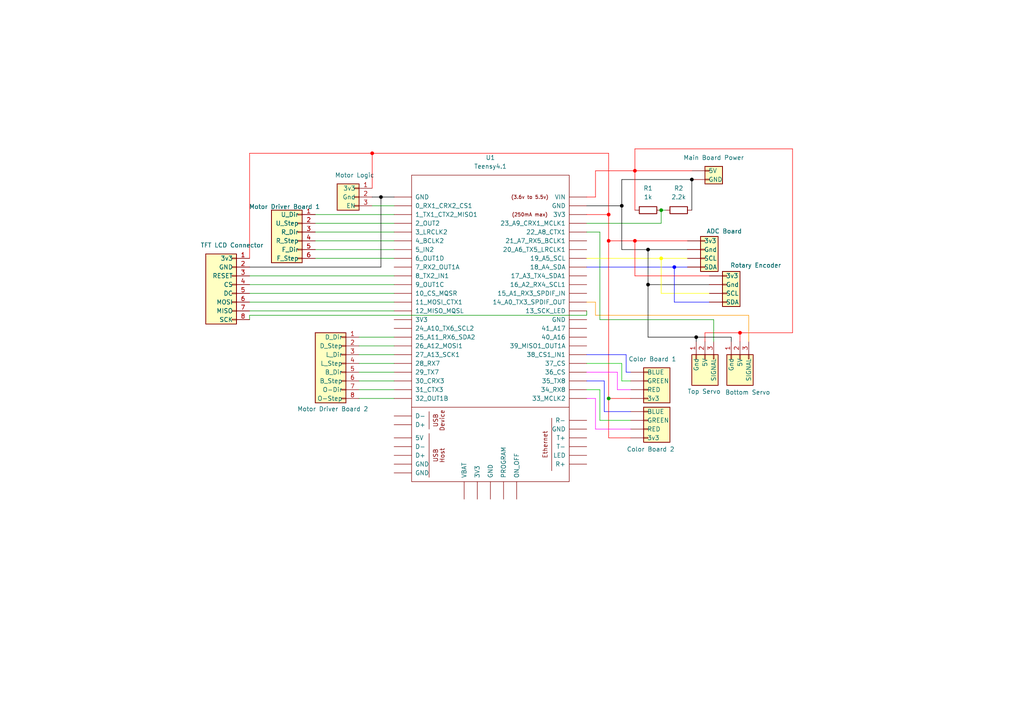
<source format=kicad_sch>
(kicad_sch (version 20231120) (generator "eeschema") (generator_version "8.0")
  (paper "A4")
  (title_block (title "Rubik's Cube ADV Board") (date "5/23/24") (rev "A") (company "Designed by Charlie Lambert") (comment 1 "Motherboard for Rubik's Cube Solving Machine"))
  (lib_symbols
    (symbol "Conn_01x02_1" (pin_numbers hide) (pin_names (offset 1.016))
      (property "Value" "Main Board Power" (at 1.27 -6.35 0))
      (symbol "Conn_01x02_1_1_1"
        (rectangle (start -1.27 -2.413) (end 0 -2.667) (stroke (width 0.1524)))
        (rectangle (start -1.27 0.127) (end 0 -0.127) (stroke (width 0.1524)))
        (rectangle (start -1.27 1.27) (end 3.81 -3.81) (stroke (width 0.254)) (fill (type background)))
        (pin passive line (at -5.08 0 0) (length 3.81) (name "GND") (number "1"))
        (pin passive line (at -5.08 -2.54 0) (length 3.81) (name "5V") (number "2"))
      )
    )
    (symbol "Conn_01x03_1" (pin_names (offset 1.016))
      (property "Value" "Top Servo" (at 0 6.35 0))
      (symbol "Conn_01x03_1_1_1"
        (rectangle (start -1.27 -2.413) (end 0 -2.667) (stroke (width 0.1524)))
        (rectangle (start -1.27 0.127) (end 0 -0.127) (stroke (width 0.1524)))
        (rectangle (start -1.27 2.667) (end 0 2.413) (stroke (width 0.1524)))
        (rectangle (start -1.27 3.81) (end 7.62 -3.81) (stroke (width 0.254)) (fill (type background)))
        (pin passive line (at -5.08 2.54 0) (length 3.81) (name "Gnd") (number "1"))
        (pin passive line (at -5.08 0 0) (length 3.81) (name "5V") (number "2"))
        (pin passive line (at -5.08 -2.54 0) (length 3.81) (name "SIGNAL") (number "3"))
      )
    )
    (symbol "Conn_01x04_1" (pin_numbers hide) (pin_names (offset 1.016))
      (property "Value" "Main Board Output" (at 0 -8.89 0))
      (symbol "Conn_01x04_1_1_1"
        (rectangle (start -1.27 -4.953) (end 0 -5.207) (stroke (width 0.1524)))
        (rectangle (start -1.27 -2.413) (end 0 -2.667) (stroke (width 0.1524)))
        (rectangle (start -1.27 0.127) (end 0 -0.127) (stroke (width 0.1524)))
        (rectangle (start -1.27 2.667) (end 0 2.413) (stroke (width 0.1524)))
        (rectangle (start -1.27 3.81) (end 3.81 -6.35) (stroke (width 0.254)) (fill (type background)))
        (pin passive line (at -5.08 2.54 0) (length 3.81) (name "3v3") (number "1"))
        (pin passive line (at -5.08 0 0) (length 3.81) (name "Gnd") (number "2"))
        (pin passive line (at -5.08 -2.54 0) (length 3.81) (name "SCL") (number "3"))
        (pin passive line (at -5.08 -5.08 0) (length 3.81) (name "SDA") (number "4"))
      )
    )
    (symbol "Conn_01x04_2" (pin_numbers hide) (pin_names (offset 1.016))
      (property "Reference" "J7" (at 1.27 -11.43 0))
      (property "Value" "Color Pins" (at 1.27 -8.89 0))
      (symbol "Conn_01x04_2_1_1"
        (rectangle (start -1.27 -4.953) (end 0 -5.207) (stroke (width 0.1524)))
        (rectangle (start -1.27 -2.413) (end 0 -2.667) (stroke (width 0.1524)))
        (rectangle (start -1.27 0.127) (end 0 -0.127) (stroke (width 0.1524)))
        (rectangle (start -1.27 2.667) (end 0 2.413) (stroke (width 0.1524)))
        (rectangle (start -1.27 3.81) (end 6.35 -6.35) (stroke (width 0.254)) (fill (type background)))
        (pin passive line (at -5.08 2.54 0) (length 3.81) (name "3v3") (number "1"))
        (pin passive line (at -5.08 0 0) (length 3.81) (name "RED") (number "2"))
        (pin passive line (at -5.08 -2.54 0) (length 3.81) (name "GREEN") (number "3"))
        (pin passive line (at -5.08 -5.08 0) (length 3.81) (name "BLUE") (number "4"))
      )
    )
    (symbol "Conn_01x08_2" (pin_names (offset 1.016))
      (property "Value" "TFT LCD Connector" (at 0 11.43 0))
      (symbol "Conn_01x08_2_1_1"
        (rectangle (start -1.27 -10.033) (end 0 -10.287) (stroke (width 0.1524)))
        (rectangle (start -1.27 -7.493) (end 0 -7.747) (stroke (width 0.1524)))
        (rectangle (start -1.27 -4.953) (end 0 -5.207) (stroke (width 0.1524)))
        (rectangle (start -1.27 -2.413) (end 0 -2.667) (stroke (width 0.1524)))
        (rectangle (start -1.27 0.127) (end 0 -0.127) (stroke (width 0.1524)))
        (rectangle (start -1.27 2.667) (end 0 2.413) (stroke (width 0.1524)))
        (rectangle (start -1.27 5.207) (end 0 4.953) (stroke (width 0.1524)))
        (rectangle (start -1.27 7.747) (end 0 7.493) (stroke (width 0.1524)))
        (rectangle (start -1.27 8.89) (end 7.62 -11.43) (stroke (width 0.254)) (fill (type background)))
        (pin passive line (at -5.08 7.62 0) (length 3.81) (name "3v3") (number "1"))
        (pin passive line (at -5.08 5.08 0) (length 3.81) (name "GND") (number "2"))
        (pin passive line (at -5.08 2.54 0) (length 3.81) (name "RESET") (number "3"))
        (pin passive line (at -5.08 0 0) (length 3.81) (name "CS") (number "4"))
        (pin passive line (at -5.08 -2.54 0) (length 3.81) (name "DC") (number "5"))
        (pin passive line (at -5.08 -5.08 0) (length 3.81) (name "MOSI") (number "6"))
        (pin passive line (at -5.08 -7.62 0) (length 3.81) (name "MISO") (number "7"))
        (pin passive line (at -5.08 -10.16 0) (length 3.81) (name "SCK") (number "8"))
      )
    )
    (symbol "Connector_Generic:Conn_01x03" (pin_names (offset 1.016))
      (property "Value" "Motor Logic" (at 0 6.35 0))
      (symbol "Conn_01x03_1_1"
        (rectangle (start -1.27 -2.413) (end 0 -2.667) (stroke (width 0.1524)))
        (rectangle (start -1.27 0.127) (end 0 -0.127) (stroke (width 0.1524)))
        (rectangle (start -1.27 2.667) (end 0 2.413) (stroke (width 0.1524)))
        (rectangle (start -1.27 3.81) (end 5.08 -3.81) (stroke (width 0.254)) (fill (type background)))
        (pin passive line (at -5.08 2.54 0) (length 3.81) (name "3v3") (number "1"))
        (pin passive line (at -5.08 0 0) (length 3.81) (name "Gnd") (number "2"))
        (pin passive line (at -5.08 -2.54 0) (length 3.81) (name "EN") (number "3"))
      )
    )
    (symbol "Connector_Generic:Conn_01x06" (pin_names (offset 1.016))
      (property "Value" "Motor Driver Board 1" (at 0 8.89 0))
      (symbol "Conn_01x06_1_1"
        (rectangle (start -1.27 -7.493) (end 0 -7.747) (stroke (width 0.1524)))
        (rectangle (start -1.27 -4.953) (end 0 -5.207) (stroke (width 0.1524)))
        (rectangle (start -1.27 -2.413) (end 0 -2.667) (stroke (width 0.1524)))
        (rectangle (start -1.27 0.127) (end 0 -0.127) (stroke (width 0.1524)))
        (rectangle (start -1.27 2.667) (end 0 2.413) (stroke (width 0.1524)))
        (rectangle (start -1.27 5.207) (end 0 4.953) (stroke (width 0.1524)))
        (rectangle (start -1.27 6.35) (end 7.62 -8.89) (stroke (width 0.254)) (fill (type background)))
        (pin passive line (at -5.08 5.08 0) (length 3.81) (name "U_Dir") (number "1"))
        (pin passive line (at -5.08 2.54 0) (length 3.81) (name "U_Step") (number "2"))
        (pin passive line (at -5.08 0 0) (length 3.81) (name "R_Dir") (number "3"))
        (pin passive line (at -5.08 -2.54 0) (length 3.81) (name "R_Step") (number "4"))
        (pin passive line (at -5.08 -5.08 0) (length 3.81) (name "F_Dir") (number "5"))
        (pin passive line (at -5.08 -7.62 0) (length 3.81) (name "F_Step") (number "6"))
      )
    )
    (symbol "Connector_Generic:Conn_01x08" (pin_names (offset 1.016))
      (property "Value" "Driver Input 2" (at 0 11.43 0))
      (symbol "Conn_01x08_1_1"
        (rectangle (start -1.27 -10.033) (end 0 -10.287) (stroke (width 0.1524)))
        (rectangle (start -1.27 -7.493) (end 0 -7.747) (stroke (width 0.1524)))
        (rectangle (start -1.27 -4.953) (end 0 -5.207) (stroke (width 0.1524)))
        (rectangle (start -1.27 -2.413) (end 0 -2.667) (stroke (width 0.1524)))
        (rectangle (start -1.27 0.127) (end 0 -0.127) (stroke (width 0.1524)))
        (rectangle (start -1.27 2.667) (end 0 2.413) (stroke (width 0.1524)))
        (rectangle (start -1.27 5.207) (end 0 4.953) (stroke (width 0.1524)))
        (rectangle (start -1.27 7.747) (end 0 7.493) (stroke (width 0.1524)))
        (rectangle (start -1.27 8.89) (end 7.62 -11.43) (stroke (width 0.254)) (fill (type background)))
        (pin passive line (at -5.08 7.62 0) (length 3.81) (name "D_Dir") (number "1"))
        (pin passive line (at -5.08 5.08 0) (length 3.81) (name "D_Step") (number "2"))
        (pin passive line (at -5.08 2.54 0) (length 3.81) (name "L_Dir") (number "3"))
        (pin passive line (at -5.08 0 0) (length 3.81) (name "L_Step") (number "4"))
        (pin passive line (at -5.08 -2.54 0) (length 3.81) (name "B_Dir") (number "5"))
        (pin passive line (at -5.08 -5.08 0) (length 3.81) (name "B_Step") (number "6"))
        (pin passive line (at -5.08 -7.62 0) (length 3.81) (name "O-Dir") (number "7"))
        (pin passive line (at -5.08 -10.16 0) (length 3.81) (name "O-Step") (number "8"))
      )
    )
    (symbol "Device:R" (pin_numbers hide) (pin_names (offset 0))
      (property "Reference" "R" (at 2.032 0 90))
      (property "Value" "R" (at 0 0 90))
      (symbol "R_0_1"
        (rectangle (start -1.016 -2.54) (end 1.016 2.54) (stroke (width 0.254)))
      )
      (symbol "R_1_1"
        (pin passive line (at 0 3.81 270) (length 1.27) (name "~") (number "1"))
        (pin passive line (at 0 -3.81 90) (length 1.27) (name "~") (number "2"))
      )
    )
    (symbol "teensy:Teensy4.1" (pin_numbers hide) (pin_names (offset 1.016))
      (property "Reference" "U1" (at 0 66.04 0))
      (property "Value" "Teensy4.1" (at 0 63.5 0))
      (symbol "Teensy4.1_0_0"
        (polyline (pts (xy -22.86 -6.35) (xy 22.86 -6.35)))
        (polyline (pts (xy -17.78 -26.67) (xy -17.78 -13.97)))
        (polyline (pts (xy -17.78 -7.62) (xy -17.78 -12.7)))
        (polyline (pts (xy 17.78 -9.525) (xy 17.78 -24.765)))
        (text "(250mA max)" (at 11.43 49.53 0) (effects (font (size 1.016 1.016))))
        (text "(3.6v to 5.5v)" (at 11.43 54.61 0) (effects (font (size 1.016 1.016))))
        (text "Device" (at -13.97 -10.16 900) (effects (font (size 1.27 1.27))))
        (text "Ethernet" (at 15.875 -17.145 900) (effects (font (size 1.27 1.27))))
        (text "Host" (at -13.97 -20.32 900) (effects (font (size 1.27 1.27))))
        (text "USB" (at -15.875 -20.32 900) (effects (font (size 1.27 1.27))))
        (text "USB" (at -15.875 -10.16 900) (effects (font (size 1.27 1.27))))
        (pin bidirectional line (at -27.94 31.75 0) (length 5.08) (name "8_TX2_IN1") (number "10"))
        (pin bidirectional line (at -27.94 29.21 0) (length 5.08) (name "9_OUT1C") (number "11"))
        (pin bidirectional line (at -27.94 26.67 0) (length 5.08) (name "10_CS_MQSR") (number "12"))
        (pin bidirectional line (at -27.94 24.13 0) (length 5.08) (name "11_MOSI_CTX1") (number "13"))
        (pin bidirectional line (at -27.94 21.59 0) (length 5.08) (name "12_MISO_MQSL") (number "14"))
        (pin power_in line (at -27.94 19.05 0) (length 5.08) (name "3V3") (number "15"))
        (pin bidirectional line (at -27.94 16.51 0) (length 5.08) (name "24_A10_TX6_SCL2") (number "16"))
        (pin bidirectional line (at -27.94 13.97 0) (length 5.08) (name "25_A11_RX6_SDA2") (number "17"))
        (pin bidirectional line (at -27.94 11.43 0) (length 5.08) (name "26_A12_MOSI1") (number "18"))
        (pin bidirectional line (at -27.94 8.89 0) (length 5.08) (name "27_A13_SCK1") (number "19"))
        (pin bidirectional line (at -27.94 6.35 0) (length 5.08) (name "28_RX7") (number "20"))
        (pin bidirectional line (at -27.94 3.81 0) (length 5.08) (name "29_TX7") (number "21"))
        (pin bidirectional line (at -27.94 1.27 0) (length 5.08) (name "30_CRX3") (number "22"))
        (pin bidirectional line (at -27.94 -1.27 0) (length 5.08) (name "31_CTX3") (number "23"))
        (pin bidirectional line (at -27.94 -3.81 0) (length 5.08) (name "32_OUT1B") (number "24"))
        (pin bidirectional line (at 27.94 -3.81 180) (length 5.08) (name "33_MCLK2") (number "25"))
        (pin bidirectional line (at 27.94 -1.27 180) (length 5.08) (name "34_RX8") (number "26"))
        (pin bidirectional line (at 27.94 1.27 180) (length 5.08) (name "35_TX8") (number "27"))
        (pin bidirectional line (at 27.94 3.81 180) (length 5.08) (name "36_CS") (number "28"))
        (pin bidirectional line (at 27.94 6.35 180) (length 5.08) (name "37_CS") (number "29"))
        (pin bidirectional line (at 27.94 8.89 180) (length 5.08) (name "38_CS1_IN1") (number "30"))
        (pin bidirectional line (at 27.94 11.43 180) (length 5.08) (name "39_MISO1_OUT1A") (number "31"))
        (pin bidirectional line (at 27.94 13.97 180) (length 5.08) (name "40_A16") (number "32"))
        (pin bidirectional line (at 27.94 16.51 180) (length 5.08) (name "41_A17") (number "33"))
        (pin bidirectional line (at 27.94 21.59 180) (length 5.08) (name "13_SCK_LED") (number "35"))
        (pin bidirectional line (at 27.94 24.13 180) (length 5.08) (name "14_A0_TX3_SPDIF_OUT") (number "36"))
        (pin bidirectional line (at 27.94 26.67 180) (length 5.08) (name "15_A1_RX3_SPDIF_IN") (number "37"))
        (pin bidirectional line (at 27.94 29.21 180) (length 5.08) (name "16_A2_RX4_SCL1") (number "38"))
        (pin bidirectional line (at 27.94 31.75 180) (length 5.08) (name "17_A3_TX4_SDA1") (number "39"))
        (pin bidirectional line (at 27.94 34.29 180) (length 5.08) (name "18_A4_SDA") (number "40"))
        (pin bidirectional line (at 27.94 36.83 180) (length 5.08) (name "19_A5_SCL") (number "41"))
        (pin bidirectional line (at 27.94 39.37 180) (length 5.08) (name "20_A6_TX5_LRCLK1") (number "42"))
        (pin bidirectional line (at 27.94 41.91 180) (length 5.08) (name "21_A7_RX5_BCLK1") (number "43"))
        (pin bidirectional line (at 27.94 44.45 180) (length 5.08) (name "22_A8_CTX1") (number "44"))
        (pin bidirectional line (at 27.94 46.99 180) (length 5.08) (name "23_A9_CRX1_MCLK1") (number "45"))
        (pin output line (at 27.94 49.53 180) (length 5.08) (name "3V3") (number "46"))
        (pin output line (at 27.94 52.07 180) (length 5.08) (name "GND") (number "47"))
        (pin power_in line (at 27.94 54.61 180) (length 5.08) (name "VIN") (number "48"))
        (pin power_out line (at 27.94 58.42 180) (length 5.08) hide (name "VUSB") (number "49"))
        (pin bidirectional line (at -27.94 44.45 0) (length 5.08) (name "3_LRCLK2") (number "5"))
        (pin power_in line (at -7.62 -33.02 90) (length 5.08) (name "VBAT") (number "50"))
        (pin power_in line (at -3.81 -33.02 90) (length 5.08) (name "3V3") (number "51"))
        (pin input line (at 0 -33.02 90) (length 5.08) (name "GND") (number "52"))
        (pin input line (at 3.81 -33.02 90) (length 5.08) (name "PROGRAM") (number "53"))
        (pin input line (at 7.62 -33.02 90) (length 5.08) (name "ON_OFF") (number "54"))
        (pin power_out line (at -27.94 -15.24 0) (length 5.08) (name "5V") (number "55"))
        (pin bidirectional line (at -27.94 -17.78 0) (length 5.08) (name "D-") (number "56"))
        (pin bidirectional line (at -27.94 -20.32 0) (length 5.08) (name "D+") (number "57"))
        (pin power_in line (at -27.94 -22.86 0) (length 5.08) (name "GND") (number "58"))
        (pin power_in line (at -27.94 -25.4 0) (length 5.08) (name "GND") (number "59"))
        (pin bidirectional line (at -27.94 41.91 0) (length 5.08) (name "4_BCLK2") (number "6"))
        (pin bidirectional line (at 27.94 -22.86 180) (length 5.08) (name "R+") (number "60"))
        (pin bidirectional line (at 27.94 -20.32 180) (length 5.08) (name "LED") (number "61"))
        (pin bidirectional line (at 27.94 -17.78 180) (length 5.08) (name "T-") (number "62"))
        (pin bidirectional line (at 27.94 -15.24 180) (length 5.08) (name "T+") (number "63"))
        (pin power_in line (at 27.94 -12.7 180) (length 5.08) (name "GND") (number "64"))
        (pin bidirectional line (at 27.94 -10.16 180) (length 5.08) (name "R-") (number "65"))
        (pin bidirectional line (at -27.94 -8.89 0) (length 5.08) (name "D-") (number "66"))
        (pin bidirectional line (at -27.94 -11.43 0) (length 5.08) (name "D+") (number "67"))
        (pin bidirectional line (at -27.94 39.37 0) (length 5.08) (name "5_IN2") (number "7"))
        (pin bidirectional line (at -27.94 36.83 0) (length 5.08) (name "6_OUT1D") (number "8"))
        (pin bidirectional line (at -27.94 34.29 0) (length 5.08) (name "7_RX2_OUT1A") (number "9"))
      )
      (symbol "Teensy4.1_0_1"
        (rectangle (start -22.86 60.96) (end 22.86 -27.94))
        (rectangle (start -20.32 -1.27) (end -20.32 -1.27))
      )
      (symbol "Teensy4.1_1_1"
        (pin power_in line (at -27.94 54.61 0) (length 5.08) (name "GND") (number "1"))
        (pin bidirectional line (at -27.94 52.07 0) (length 5.08) (name "0_RX1_CRX2_CS1") (number "2"))
        (pin bidirectional line (at -27.94 49.53 0) (length 5.08) (name "1_TX1_CTX2_MISO1") (number "3"))
        (pin power_in line (at 27.94 19.05 180) (length 5.08) (name "GND") (number "34"))
        (pin bidirectional line (at -27.94 46.99 0) (length 5.08) (name "2_OUT2") (number "4"))
      )
    )
  )
  (junction (at 200.66 52.07) (color 0 0 0 1))
  (junction (at 110.49 57.15) (color 0 0 0 1))
  (junction (at 195.58 77.47) (color 0 0 255 1))
  (junction (at 187.96 82.55) (color 0 0 0 1))
  (junction (at 214.63 96.52) (color 255 0 0 1))
  (junction (at 176.53 69.85) (color 255 0 0 1))
  (junction (at 191.77 74.93) (color 255 255 0 1))
  (junction (at 184.15 49.53) (color 255 0 0 1))
  (junction (at 187.96 72.39) (color 0 0 0 1))
  (junction (at 191.77 60.96))
  (junction (at 180.34 59.69) (color 0 0 0 1))
  (junction (at 184.15 69.85) (color 255 0 0 1))
  (junction (at 176.53 62.23) (color 255 0 0 1))
  (junction (at 176.53 115.57))
  (junction (at 201.93 97.79) (color 0 0 0 1))
  (junction (at 107.95 44.45) (color 255 0 0 1))
  (wire (pts (xy 72.39 90.17) (xy 114.3 90.17)))
  (wire (pts (xy 72.39 74.93) (xy 72.39 44.45)) (stroke (width 0) (color 255 0 0 1)))
  (wire (pts (xy 104.14 97.79) (xy 114.3 97.79)))
  (wire (pts (xy 107.95 44.45) (xy 107.95 54.61)) (stroke (width 0) (color 255 0 0 1)))
  (wire (pts (xy 184.15 80.01) (xy 205.74 80.01)) (stroke (width 0) (color 255 0 0 1)))
  (wire (pts (xy 229.87 43.18) (xy 229.87 96.52)) (stroke (width 0) (color 255 0 0 1)))
  (wire (pts (xy 173.99 121.92) (xy 173.99 113.03)) (stroke (width 0) (color 0 194 0 1)))
  (wire (pts (xy 170.18 105.41) (xy 180.34 105.41)) (stroke (width 0) (color 0 194 0 1)))
  (wire (pts (xy 182.88 121.92) (xy 173.99 121.92)) (stroke (width 0) (color 0 194 0 1)))
  (wire (pts (xy 176.53 69.85) (xy 184.15 69.85)) (stroke (width 0) (color 255 0 0 1)))
  (wire (pts (xy 176.53 127) (xy 182.88 127)) (stroke (width 0) (color 255 0 0 1)))
  (wire (pts (xy 195.58 77.47) (xy 195.58 87.63)) (stroke (width 0) (color 0 0 255 1)))
  (wire (pts (xy 172.72 87.63) (xy 170.18 87.63)) (stroke (width 0) (color 255 153 0 1)))
  (wire (pts (xy 104.14 107.95) (xy 114.3 107.95)))
  (wire (pts (xy 104.14 105.41) (xy 114.3 105.41)))
  (wire (pts (xy 195.58 77.47) (xy 199.39 77.47)) (stroke (width 0) (color 0 0 255 1)))
  (wire (pts (xy 72.39 82.55) (xy 114.3 82.55)))
  (wire (pts (xy 180.34 52.07) (xy 200.66 52.07)) (stroke (width 0) (color 0 0 0 1)))
  (wire (pts (xy 191.77 85.09) (xy 205.74 85.09)) (stroke (width 0) (color 255 255 0 1)))
  (wire (pts (xy 170.18 62.23) (xy 176.53 62.23)) (stroke (width 0) (color 255 0 0 1)))
  (wire (pts (xy 72.39 77.47) (xy 110.49 77.47)) (stroke (width 0) (color 0 0 0 1)))
  (wire (pts (xy 200.66 52.07) (xy 200.66 60.96)) (stroke (width 0) (color 0 0 0 1)))
  (wire (pts (xy 91.44 74.93) (xy 114.3 74.93)))
  (wire (pts (xy 170.18 74.93) (xy 191.77 74.93)) (stroke (width 0) (color 255 255 0 1)))
  (wire (pts (xy 114.3 59.69) (xy 107.95 59.69)))
  (wire (pts (xy 229.87 96.52) (xy 214.63 96.52)) (stroke (width 0) (color 255 0 0 1)))
  (wire (pts (xy 72.39 92.71) (xy 72.39 91.44)))
  (wire (pts (xy 172.72 49.53) (xy 184.15 49.53)) (stroke (width 0) (color 255 0 0 1)))
  (wire (pts (xy 179.07 113.03) (xy 182.88 113.03)) (stroke (width 0) (color 255 0 255 1)))
  (wire (pts (xy 72.39 85.09) (xy 114.3 85.09)))
  (wire (pts (xy 207.01 99.06) (xy 207.01 92.71)))
  (wire (pts (xy 91.44 62.23) (xy 114.3 62.23)))
  (wire (pts (xy 172.72 115.57) (xy 170.18 115.57)) (stroke (width 0) (color 255 0 255 1)))
  (wire (pts (xy 201.93 97.79) (xy 212.09 97.79)) (stroke (width 0) (color 0 0 0 1)))
  (wire (pts (xy 204.47 96.52) (xy 204.47 99.06)) (stroke (width 0) (color 255 0 0 1)))
  (wire (pts (xy 184.15 49.53) (xy 184.15 43.18)) (stroke (width 0) (color 255 0 0 1)))
  (wire (pts (xy 170.18 64.77) (xy 191.77 64.77)))
  (wire (pts (xy 91.44 67.31) (xy 114.3 67.31)))
  (wire (pts (xy 110.49 77.47) (xy 110.49 57.15)) (stroke (width 0) (color 0 0 0 1)))
  (wire (pts (xy 172.72 57.15) (xy 170.18 57.15)) (stroke (width 0) (color 255 0 0 1)))
  (wire (pts (xy 170.18 59.69) (xy 180.34 59.69)) (stroke (width 0) (color 0 0 0 1)))
  (wire (pts (xy 104.14 102.87) (xy 114.3 102.87)))
  (wire (pts (xy 107.95 57.15) (xy 110.49 57.15)) (stroke (width 0) (color 0 0 0 1)))
  (wire (pts (xy 180.34 52.07) (xy 180.34 59.69)) (stroke (width 0) (color 0 0 0 1)))
  (wire (pts (xy 184.15 69.85) (xy 184.15 80.01)) (stroke (width 0) (color 255 0 0 1)))
  (wire (pts (xy 181.61 107.95) (xy 182.88 107.95)) (stroke (width 0) (color 0 0 255 1)))
  (wire (pts (xy 176.53 62.23) (xy 176.53 44.45)) (stroke (width 0) (color 255 0 0 1)))
  (wire (pts (xy 170.18 110.49) (xy 175.26 110.49)) (stroke (width 0) (color 0 0 255 1)))
  (wire (pts (xy 170.18 91.44) (xy 170.18 90.17)))
  (wire (pts (xy 172.72 49.53) (xy 172.72 57.15)) (stroke (width 0) (color 255 0 0 1)))
  (wire (pts (xy 175.26 119.38) (xy 175.26 110.49)) (stroke (width 0) (color 0 0 255 1)))
  (wire (pts (xy 172.72 91.44) (xy 217.17 91.44)) (stroke (width 0) (color 255 153 0 1)))
  (wire (pts (xy 179.07 113.03) (xy 179.07 107.95)) (stroke (width 0) (color 255 0 255 1)))
  (wire (pts (xy 72.39 44.45) (xy 107.95 44.45)) (stroke (width 0) (color 255 0 0 1)))
  (wire (pts (xy 91.44 72.39) (xy 114.3 72.39)))
  (wire (pts (xy 193.04 60.96) (xy 191.77 60.96)))
  (wire (pts (xy 172.72 91.44) (xy 172.72 87.63)) (stroke (width 0) (color 255 153 0 1)))
  (wire (pts (xy 201.93 97.79) (xy 201.93 99.06)) (stroke (width 0) (color 0 0 0 1)))
  (wire (pts (xy 214.63 96.52) (xy 204.47 96.52)) (stroke (width 0) (color 255 0 0 1)))
  (wire (pts (xy 176.53 44.45) (xy 107.95 44.45)) (stroke (width 0) (color 255 0 0 1)))
  (wire (pts (xy 182.88 124.46) (xy 172.72 124.46)) (stroke (width 0) (color 255 0 255 1)))
  (wire (pts (xy 172.72 115.57) (xy 172.72 124.46)) (stroke (width 0) (color 255 0 255 1)))
  (wire (pts (xy 176.53 62.23) (xy 176.53 69.85)) (stroke (width 0) (color 255 0 0 1)))
  (wire (pts (xy 104.14 115.57) (xy 114.3 115.57)))
  (wire (pts (xy 176.53 115.57) (xy 182.88 115.57)) (stroke (width 0) (color 255 0 0 1)))
  (wire (pts (xy 187.96 82.55) (xy 205.74 82.55)) (stroke (width 0) (color 0 0 0 1)))
  (wire (pts (xy 187.96 97.79) (xy 201.93 97.79)) (stroke (width 0) (color 0 0 0 1)))
  (wire (pts (xy 181.61 107.95) (xy 181.61 102.87)) (stroke (width 0) (color 0 0 255 1)))
  (wire (pts (xy 176.53 69.85) (xy 176.53 115.57)) (stroke (width 0) (color 255 0 0 1)))
  (wire (pts (xy 180.34 72.39) (xy 187.96 72.39)) (stroke (width 0) (color 0 0 0 1)))
  (wire (pts (xy 110.49 57.15) (xy 114.3 57.15)) (stroke (width 0) (color 0 0 0 1)))
  (wire (pts (xy 180.34 110.49) (xy 180.34 105.41)) (stroke (width 0) (color 0 194 0 1)))
  (wire (pts (xy 173.99 67.31) (xy 170.18 67.31)))
  (wire (pts (xy 212.09 97.79) (xy 212.09 99.06)) (stroke (width 0) (color 0 0 0 1)))
  (wire (pts (xy 187.96 72.39) (xy 187.96 82.55)) (stroke (width 0) (color 0 0 0 1)))
  (wire (pts (xy 91.44 69.85) (xy 114.3 69.85)))
  (wire (pts (xy 173.99 67.31) (xy 173.99 92.71)))
  (wire (pts (xy 180.34 110.49) (xy 182.88 110.49)) (stroke (width 0) (color 0 194 0 1)))
  (wire (pts (xy 104.14 113.03) (xy 114.3 113.03)))
  (wire (pts (xy 170.18 113.03) (xy 173.99 113.03)) (stroke (width 0) (color 0 194 0 1)))
  (wire (pts (xy 187.96 72.39) (xy 199.39 72.39)) (stroke (width 0) (color 0 0 0 1)))
  (wire (pts (xy 104.14 110.49) (xy 114.3 110.49)))
  (wire (pts (xy 184.15 49.53) (xy 184.15 60.96)) (stroke (width 0) (color 255 0 0 1)))
  (wire (pts (xy 170.18 107.95) (xy 179.07 107.95)) (stroke (width 0) (color 255 0 255 1)))
  (wire (pts (xy 72.39 80.01) (xy 114.3 80.01)))
  (wire (pts (xy 72.39 87.63) (xy 114.3 87.63)))
  (wire (pts (xy 184.15 69.85) (xy 199.39 69.85)) (stroke (width 0) (color 255 0 0 1)))
  (wire (pts (xy 214.63 96.52) (xy 214.63 99.06)) (stroke (width 0) (color 255 0 0 1)))
  (wire (pts (xy 191.77 64.77) (xy 191.77 60.96)))
  (wire (pts (xy 170.18 102.87) (xy 181.61 102.87)) (stroke (width 0) (color 0 0 255 1)))
  (wire (pts (xy 180.34 59.69) (xy 180.34 72.39)) (stroke (width 0) (color 0 0 0 1)))
  (wire (pts (xy 184.15 43.18) (xy 229.87 43.18)) (stroke (width 0) (color 255 0 0 1)))
  (wire (pts (xy 187.96 82.55) (xy 187.96 97.79)) (stroke (width 0) (color 0 0 0 1)))
  (wire (pts (xy 170.18 77.47) (xy 195.58 77.47)) (stroke (width 0) (color 0 0 255 1)))
  (wire (pts (xy 207.01 92.71) (xy 173.99 92.71)))
  (wire (pts (xy 195.58 87.63) (xy 205.74 87.63)) (stroke (width 0) (color 0 0 255 1)))
  (wire (pts (xy 104.14 100.33) (xy 114.3 100.33)))
  (wire (pts (xy 217.17 91.44) (xy 217.17 99.06)) (stroke (width 0) (color 255 153 0 1)))
  (wire (pts (xy 184.15 49.53) (xy 200.66 49.53)) (stroke (width 0) (color 255 0 0 1)))
  (wire (pts (xy 91.44 64.77) (xy 114.3 64.77)))
  (wire (pts (xy 191.77 74.93) (xy 199.39 74.93)) (stroke (width 0) (color 255 255 0 1)))
  (wire (pts (xy 176.53 115.57) (xy 176.53 127)) (stroke (width 0) (color 255 0 0 1)))
  (wire (pts (xy 182.88 119.38) (xy 175.26 119.38)) (stroke (width 0) (color 0 0 255 1)))
  (wire (pts (xy 72.39 91.44) (xy 170.18 91.44)))
  (wire (pts (xy 191.77 74.93) (xy 191.77 85.09)) (stroke (width 0) (color 255 255 0 1)))
  (symbol (lib_id "Connector_Generic:Conn_01x06") (at 86.36 67.31 0) (mirror y) (unit 1)
    (property "Reference" "J9" (effects (hide yes)))
    (property "Value" "Motor Driver Board 1" (at 82.55 59.944 0))
    (property "Footprint" "Connector_JST:JST_XH_B4B-XH-A_1x04_P2.50mm_Vertical" (effects (hide yes)))
    (property "Description" "Generic connector, single row, 01x06, script generated (kicad-library-utils/schlib/autogen/connector/)" (effects (hide yes)))
  )
  (symbol (lib_name "Conn_01x04_1") (lib_id "Connector_Generic:Conn_01x04") (at 204.47 72.39 0) (unit 1)
    (property "Reference" "J1" (effects (hide yes)))
    (property "Value" "ADC Board" (at 210.058 67.056 0))
    (property "Footprint" "Connector_JST:JST_XH_B4B-XH-A_1x04_P2.50mm_Vertical" (effects (hide yes)))
    (property "Description" "Generic connector, single row, 01x04, script generated (kicad-library-utils/schlib/autogen/connector/)" (effects (hide yes)))
  )
  (symbol (lib_name "Conn_01x04_1") (lib_id "Connector_Generic:Conn_01x04") (at 210.82 82.55 0) (unit 1)
    (property "Reference" "J6" (effects (hide yes)))
    (property "Value" "Rotary Encoder" (at 219.202 76.962 0))
    (property "Footprint" "Connector_JST:JST_XH_B4B-XH-A_1x04_P2.50mm_Vertical" (effects (hide yes)))
    (property "Description" "Generic connector, single row, 01x04, script generated (kicad-library-utils/schlib/autogen/connector/)" (effects (hide yes)))
  )
  (symbol (lib_id "Connector_Generic:Conn_01x03") (at 102.87 57.15 0) (mirror y) (unit 1)
    (property "Reference" "J2" (effects (hide yes)))
    (property "Value" "Motor Logic" (at 102.87 50.8 0))
    (property "Footprint" "Connector_JST:JST_XH_B4B-XH-A_1x04_P2.50mm_Vertical" (effects (hide yes)))
    (property "Description" "Generic connector, single row, 01x03, script generated (kicad-library-utils/schlib/autogen/connector/)" (effects (hide yes)))
  )
  (symbol (lib_id "Connector_Generic:Conn_01x08") (at 99.06 105.41 0) (mirror y) (unit 1)
    (property "Reference" "J3" (effects (hide yes)))
    (property "Value" "Motor Driver Board 2" (at 96.52 118.618 0))
    (property "Footprint" "Connector_JST:JST_XH_B4B-XH-A_1x04_P2.50mm_Vertical" (effects (hide yes)))
    (property "Description" "Generic connector, single row, 01x08, script generated (kicad-library-utils/schlib/autogen/connector/)" (effects (hide yes)))
  )
  (symbol (lib_name "Conn_01x08_2") (lib_id "Connector_Generic:Conn_01x08") (at 67.31 82.55 0) (mirror y) (unit 1)
    (property "Reference" "J5" (effects (hide yes)))
    (property "Value" "TFT LCD Connector" (at 67.31 71.12 0))
    (property "Footprint" "Connector_JST:JST_XH_B4B-XH-A_1x04_P2.50mm_Vertical" (effects (hide yes)))
    (property "Description" "Generic connector, single row, 01x08, script generated (kicad-library-utils/schlib/autogen/connector/)" (effects (hide yes)))
  )
  (symbol (lib_id "teensy:Teensy4.1") (at 142.24 111.76 0) (unit 1)
    (property "Reference" "U1" (at 142.24 45.72 0))
    (property "Value" "Teensy4.1" (at 142.24 48.26 0))
  )
  (symbol (lib_id "Device:R") (at 196.85 60.96 90) (unit 1)
    (property "Reference" "R2" (at 196.85 54.61 90))
    (property "Value" "2.2k" (at 196.85 57.15 90))
    (property "Description" "Resistor" (effects (hide yes)))
  )
  (symbol (lib_id "Device:R") (at 187.96 60.96 90) (unit 1)
    (property "Reference" "R1" (at 187.96 54.61 90))
    (property "Value" "1k" (at 187.96 57.15 90))
    (property "Description" "Resistor" (effects (hide yes)))
  )
  (symbol (lib_name "Conn_01x02_1") (lib_id "Connector_Generic:Conn_01x02") (at 205.74 52.07 0) (mirror x) (unit 1)
    (property "Reference" "J4" (effects (hide yes)))
    (property "Value" "Main Board Power" (at 207.01 45.72 0))
    (property "Footprint" "Connector_JST:JST_XH_B4B-XH-A_1x04_P2.50mm_Vertical" (effects (hide yes)))
    (property "Description" "Generic connector, single row, 01x02, script generated (kicad-library-utils/schlib/autogen/connector/)" (effects (hide yes)))
  )
  (symbol (lib_name "Conn_01x03_1") (lib_id "Connector_Generic:Conn_01x03") (at 214.63 104.14 90) (mirror x) (unit 1)
    (property "Reference" "J11" (effects (hide yes)))
    (property "Value" "Bottom Servo" (at 210.312 113.792 90) (effects (justify right)))
    (property "Footprint" "Connector_JST:JST_XH_B4B-XH-A_1x04_P2.50mm_Vertical" (effects (hide yes)))
    (property "Description" "Generic connector, single row, 01x03, script generated (kicad-library-utils/schlib/autogen/connector/)" (effects (hide yes)))
  )
  (symbol (lib_name "Conn_01x04_2") (lib_id "Connector_Generic:Conn_01x04") (at 187.96 124.46 0) (mirror x) (unit 1)
    (property "Reference" "J8" (effects (hide yes)))
    (property "Value" "Color Board 2" (at 188.722 130.302 0))
    (property "Footprint" "Connector_JST:JST_XH_B4B-XH-A_1x04_P2.50mm_Vertical" (effects (hide yes)))
    (property "Description" "Generic connector, single row, 01x04, script generated (kicad-library-utils/schlib/autogen/connector/)" (effects (hide yes)))
  )
  (symbol (lib_name "Conn_01x03_1") (lib_id "Connector_Generic:Conn_01x03") (at 204.47 104.14 90) (mirror x) (unit 1)
    (property "Reference" "J10" (effects (hide yes)))
    (property "Value" "Top Servo" (at 199.39 113.538 90) (effects (justify right)))
    (property "Footprint" "Connector_JST:JST_XH_B4B-XH-A_1x04_P2.50mm_Vertical" (effects (hide yes)))
    (property "Description" "Generic connector, single row, 01x03, script generated (kicad-library-utils/schlib/autogen/connector/)" (effects (hide yes)))
  )
  (symbol (lib_name "Conn_01x04_2") (lib_id "Connector_Generic:Conn_01x04") (at 187.96 113.03 0) (mirror x) (unit 1)
    (property "Reference" "J7" (effects (hide yes)))
    (property "Value" "Color Board 1" (at 189.23 104.14 0))
    (property "Footprint" "Connector_JST:JST_XH_B4B-XH-A_1x04_P2.50mm_Vertical" (effects (hide yes)))
    (property "Description" "Generic connector, single row, 01x04, script generated (kicad-library-utils/schlib/autogen/connector/)" (effects (hide yes)))
  )
)
</source>
